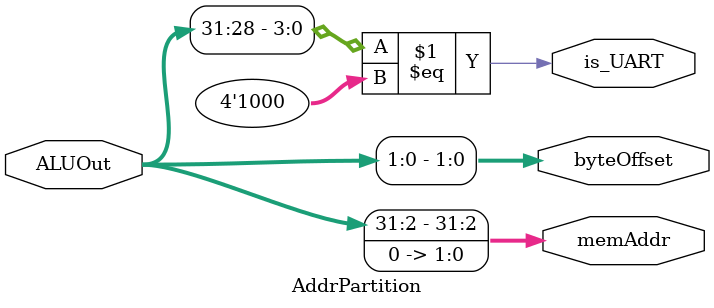
<source format=v>

module AddrPartition (
               input   [31:0] ALUOut,
               output  [31:0] memAddr, 
               output  [1:0]  byteOffset, 
               output  is_UART
);
    assign memAddr = {ALUOut[31:2], 2'b00};
    assign byteOffset = ALUOut[1:0];
    assign is_UART = (ALUOut[31:28] == 4'b1000); 

endmodule
</source>
